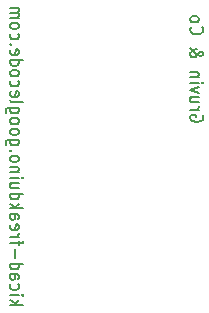
<source format=gbo>
G04 (created by PCBNEW (2013-07-24 BZR 4024)-stable) date Sat 15 Feb 2014 11:51:40 AM NZDT*
%MOIN*%
G04 Gerber Fmt 3.4, Leading zero omitted, Abs format*
%FSLAX34Y34*%
G01*
G70*
G90*
G04 APERTURE LIST*
%ADD10C,0.00590551*%
G04 APERTURE END LIST*
G54D10*
X21824Y-34549D02*
X22257Y-34549D01*
X21989Y-34511D02*
X21824Y-34399D01*
X22113Y-34399D02*
X21948Y-34549D01*
X21824Y-34230D02*
X22113Y-34230D01*
X22257Y-34230D02*
X22237Y-34249D01*
X22216Y-34230D01*
X22237Y-34211D01*
X22257Y-34230D01*
X22216Y-34230D01*
X21845Y-33874D02*
X21824Y-33911D01*
X21824Y-33986D01*
X21845Y-34024D01*
X21865Y-34043D01*
X21907Y-34061D01*
X22030Y-34061D01*
X22072Y-34043D01*
X22092Y-34024D01*
X22113Y-33986D01*
X22113Y-33911D01*
X22092Y-33874D01*
X21824Y-33537D02*
X22051Y-33537D01*
X22092Y-33555D01*
X22113Y-33593D01*
X22113Y-33668D01*
X22092Y-33705D01*
X21845Y-33537D02*
X21824Y-33574D01*
X21824Y-33668D01*
X21845Y-33705D01*
X21886Y-33724D01*
X21927Y-33724D01*
X21969Y-33705D01*
X21989Y-33668D01*
X21989Y-33574D01*
X22010Y-33537D01*
X21824Y-33180D02*
X22257Y-33180D01*
X21845Y-33180D02*
X21824Y-33218D01*
X21824Y-33293D01*
X21845Y-33330D01*
X21865Y-33349D01*
X21907Y-33368D01*
X22030Y-33368D01*
X22072Y-33349D01*
X22092Y-33330D01*
X22113Y-33293D01*
X22113Y-33218D01*
X22092Y-33180D01*
X21989Y-32993D02*
X21989Y-32693D01*
X22113Y-32562D02*
X22113Y-32412D01*
X21824Y-32505D02*
X22195Y-32505D01*
X22237Y-32487D01*
X22257Y-32449D01*
X22257Y-32412D01*
X21824Y-32280D02*
X22113Y-32280D01*
X22030Y-32280D02*
X22072Y-32262D01*
X22092Y-32243D01*
X22113Y-32205D01*
X22113Y-32168D01*
X21845Y-31887D02*
X21824Y-31924D01*
X21824Y-31999D01*
X21845Y-32037D01*
X21886Y-32055D01*
X22051Y-32055D01*
X22092Y-32037D01*
X22113Y-31999D01*
X22113Y-31924D01*
X22092Y-31887D01*
X22051Y-31868D01*
X22010Y-31868D01*
X21969Y-32055D01*
X21824Y-31531D02*
X22051Y-31531D01*
X22092Y-31549D01*
X22113Y-31587D01*
X22113Y-31662D01*
X22092Y-31699D01*
X21845Y-31531D02*
X21824Y-31568D01*
X21824Y-31662D01*
X21845Y-31699D01*
X21886Y-31718D01*
X21927Y-31718D01*
X21969Y-31699D01*
X21989Y-31662D01*
X21989Y-31568D01*
X22010Y-31531D01*
X21824Y-31343D02*
X22257Y-31343D01*
X21989Y-31306D02*
X21824Y-31193D01*
X22113Y-31193D02*
X21948Y-31343D01*
X21824Y-30856D02*
X22257Y-30856D01*
X21845Y-30856D02*
X21824Y-30893D01*
X21824Y-30968D01*
X21845Y-31006D01*
X21865Y-31024D01*
X21907Y-31043D01*
X22030Y-31043D01*
X22072Y-31024D01*
X22092Y-31006D01*
X22113Y-30968D01*
X22113Y-30893D01*
X22092Y-30856D01*
X22113Y-30499D02*
X21824Y-30499D01*
X22113Y-30668D02*
X21886Y-30668D01*
X21845Y-30649D01*
X21824Y-30612D01*
X21824Y-30556D01*
X21845Y-30518D01*
X21865Y-30499D01*
X21824Y-30312D02*
X22113Y-30312D01*
X22257Y-30312D02*
X22237Y-30331D01*
X22216Y-30312D01*
X22237Y-30293D01*
X22257Y-30312D01*
X22216Y-30312D01*
X22113Y-30124D02*
X21824Y-30124D01*
X22072Y-30124D02*
X22092Y-30106D01*
X22113Y-30068D01*
X22113Y-30012D01*
X22092Y-29974D01*
X22051Y-29956D01*
X21824Y-29956D01*
X21824Y-29712D02*
X21845Y-29749D01*
X21865Y-29768D01*
X21907Y-29787D01*
X22030Y-29787D01*
X22072Y-29768D01*
X22092Y-29749D01*
X22113Y-29712D01*
X22113Y-29656D01*
X22092Y-29618D01*
X22072Y-29599D01*
X22030Y-29581D01*
X21907Y-29581D01*
X21865Y-29599D01*
X21845Y-29618D01*
X21824Y-29656D01*
X21824Y-29712D01*
X21865Y-29412D02*
X21845Y-29393D01*
X21824Y-29412D01*
X21845Y-29431D01*
X21865Y-29412D01*
X21824Y-29412D01*
X22113Y-29056D02*
X21762Y-29056D01*
X21721Y-29075D01*
X21700Y-29093D01*
X21680Y-29131D01*
X21680Y-29187D01*
X21700Y-29225D01*
X21845Y-29056D02*
X21824Y-29093D01*
X21824Y-29168D01*
X21845Y-29206D01*
X21865Y-29225D01*
X21907Y-29243D01*
X22030Y-29243D01*
X22072Y-29225D01*
X22092Y-29206D01*
X22113Y-29168D01*
X22113Y-29093D01*
X22092Y-29056D01*
X21824Y-28812D02*
X21845Y-28850D01*
X21865Y-28868D01*
X21907Y-28887D01*
X22030Y-28887D01*
X22072Y-28868D01*
X22092Y-28850D01*
X22113Y-28812D01*
X22113Y-28756D01*
X22092Y-28718D01*
X22072Y-28700D01*
X22030Y-28681D01*
X21907Y-28681D01*
X21865Y-28700D01*
X21845Y-28718D01*
X21824Y-28756D01*
X21824Y-28812D01*
X21824Y-28456D02*
X21845Y-28493D01*
X21865Y-28512D01*
X21907Y-28531D01*
X22030Y-28531D01*
X22072Y-28512D01*
X22092Y-28493D01*
X22113Y-28456D01*
X22113Y-28400D01*
X22092Y-28362D01*
X22072Y-28343D01*
X22030Y-28325D01*
X21907Y-28325D01*
X21865Y-28343D01*
X21845Y-28362D01*
X21824Y-28400D01*
X21824Y-28456D01*
X22113Y-27987D02*
X21762Y-27987D01*
X21721Y-28006D01*
X21700Y-28025D01*
X21680Y-28062D01*
X21680Y-28118D01*
X21700Y-28156D01*
X21845Y-27987D02*
X21824Y-28025D01*
X21824Y-28100D01*
X21845Y-28137D01*
X21865Y-28156D01*
X21907Y-28175D01*
X22030Y-28175D01*
X22072Y-28156D01*
X22092Y-28137D01*
X22113Y-28100D01*
X22113Y-28025D01*
X22092Y-27987D01*
X21824Y-27743D02*
X21845Y-27781D01*
X21886Y-27800D01*
X22257Y-27800D01*
X21845Y-27444D02*
X21824Y-27481D01*
X21824Y-27556D01*
X21845Y-27594D01*
X21886Y-27612D01*
X22051Y-27612D01*
X22092Y-27594D01*
X22113Y-27556D01*
X22113Y-27481D01*
X22092Y-27444D01*
X22051Y-27425D01*
X22010Y-27425D01*
X21969Y-27612D01*
X21845Y-27087D02*
X21824Y-27125D01*
X21824Y-27200D01*
X21845Y-27237D01*
X21865Y-27256D01*
X21907Y-27275D01*
X22030Y-27275D01*
X22072Y-27256D01*
X22092Y-27237D01*
X22113Y-27200D01*
X22113Y-27125D01*
X22092Y-27087D01*
X21824Y-26862D02*
X21845Y-26900D01*
X21865Y-26919D01*
X21907Y-26937D01*
X22030Y-26937D01*
X22072Y-26919D01*
X22092Y-26900D01*
X22113Y-26862D01*
X22113Y-26806D01*
X22092Y-26769D01*
X22072Y-26750D01*
X22030Y-26731D01*
X21907Y-26731D01*
X21865Y-26750D01*
X21845Y-26769D01*
X21824Y-26806D01*
X21824Y-26862D01*
X21824Y-26394D02*
X22257Y-26394D01*
X21845Y-26394D02*
X21824Y-26431D01*
X21824Y-26506D01*
X21845Y-26544D01*
X21865Y-26562D01*
X21907Y-26581D01*
X22030Y-26581D01*
X22072Y-26562D01*
X22092Y-26544D01*
X22113Y-26506D01*
X22113Y-26431D01*
X22092Y-26394D01*
X21845Y-26056D02*
X21824Y-26094D01*
X21824Y-26169D01*
X21845Y-26206D01*
X21886Y-26225D01*
X22051Y-26225D01*
X22092Y-26206D01*
X22113Y-26169D01*
X22113Y-26094D01*
X22092Y-26056D01*
X22051Y-26037D01*
X22010Y-26037D01*
X21969Y-26225D01*
X21865Y-25869D02*
X21845Y-25850D01*
X21824Y-25869D01*
X21845Y-25887D01*
X21865Y-25869D01*
X21824Y-25869D01*
X21845Y-25513D02*
X21824Y-25550D01*
X21824Y-25625D01*
X21845Y-25662D01*
X21865Y-25681D01*
X21907Y-25700D01*
X22030Y-25700D01*
X22072Y-25681D01*
X22092Y-25662D01*
X22113Y-25625D01*
X22113Y-25550D01*
X22092Y-25513D01*
X21824Y-25288D02*
X21845Y-25325D01*
X21865Y-25344D01*
X21907Y-25363D01*
X22030Y-25363D01*
X22072Y-25344D01*
X22092Y-25325D01*
X22113Y-25288D01*
X22113Y-25231D01*
X22092Y-25194D01*
X22072Y-25175D01*
X22030Y-25156D01*
X21907Y-25156D01*
X21865Y-25175D01*
X21845Y-25194D01*
X21824Y-25231D01*
X21824Y-25288D01*
X21824Y-24988D02*
X22113Y-24988D01*
X22072Y-24988D02*
X22092Y-24969D01*
X22113Y-24931D01*
X22113Y-24875D01*
X22092Y-24838D01*
X22051Y-24819D01*
X21824Y-24819D01*
X22051Y-24819D02*
X22092Y-24800D01*
X22113Y-24763D01*
X22113Y-24706D01*
X22092Y-24669D01*
X22051Y-24650D01*
X21824Y-24650D01*
X28237Y-28237D02*
X28257Y-28274D01*
X28257Y-28331D01*
X28237Y-28387D01*
X28195Y-28424D01*
X28154Y-28443D01*
X28072Y-28462D01*
X28010Y-28462D01*
X27927Y-28443D01*
X27886Y-28424D01*
X27845Y-28387D01*
X27824Y-28331D01*
X27824Y-28293D01*
X27845Y-28237D01*
X27865Y-28218D01*
X28010Y-28218D01*
X28010Y-28293D01*
X27824Y-28049D02*
X28113Y-28049D01*
X28030Y-28049D02*
X28072Y-28031D01*
X28092Y-28012D01*
X28113Y-27974D01*
X28113Y-27937D01*
X28113Y-27637D02*
X27824Y-27637D01*
X28113Y-27806D02*
X27886Y-27806D01*
X27845Y-27787D01*
X27824Y-27749D01*
X27824Y-27693D01*
X27845Y-27656D01*
X27865Y-27637D01*
X28113Y-27487D02*
X27824Y-27393D01*
X28113Y-27299D01*
X27824Y-27149D02*
X28113Y-27149D01*
X28257Y-27149D02*
X28237Y-27168D01*
X28216Y-27149D01*
X28237Y-27131D01*
X28257Y-27149D01*
X28216Y-27149D01*
X28113Y-26962D02*
X27824Y-26962D01*
X28072Y-26962D02*
X28092Y-26943D01*
X28113Y-26906D01*
X28113Y-26849D01*
X28092Y-26812D01*
X28051Y-26793D01*
X27824Y-26793D01*
X27824Y-25987D02*
X27824Y-26006D01*
X27845Y-26043D01*
X27907Y-26100D01*
X28030Y-26193D01*
X28092Y-26231D01*
X28154Y-26250D01*
X28195Y-26250D01*
X28237Y-26231D01*
X28257Y-26193D01*
X28257Y-26175D01*
X28237Y-26137D01*
X28195Y-26118D01*
X28175Y-26118D01*
X28134Y-26137D01*
X28113Y-26156D01*
X28030Y-26268D01*
X28010Y-26287D01*
X27969Y-26306D01*
X27907Y-26306D01*
X27865Y-26287D01*
X27845Y-26268D01*
X27824Y-26231D01*
X27824Y-26175D01*
X27845Y-26137D01*
X27865Y-26118D01*
X27948Y-26062D01*
X28010Y-26043D01*
X28051Y-26043D01*
X27865Y-25293D02*
X27845Y-25312D01*
X27824Y-25368D01*
X27824Y-25406D01*
X27845Y-25462D01*
X27886Y-25500D01*
X27927Y-25518D01*
X28010Y-25537D01*
X28072Y-25537D01*
X28154Y-25518D01*
X28195Y-25500D01*
X28237Y-25462D01*
X28257Y-25406D01*
X28257Y-25368D01*
X28237Y-25312D01*
X28216Y-25293D01*
X27824Y-25068D02*
X27845Y-25106D01*
X27865Y-25125D01*
X27907Y-25143D01*
X28030Y-25143D01*
X28072Y-25125D01*
X28092Y-25106D01*
X28113Y-25068D01*
X28113Y-25012D01*
X28092Y-24975D01*
X28072Y-24956D01*
X28030Y-24937D01*
X27907Y-24937D01*
X27865Y-24956D01*
X27845Y-24975D01*
X27824Y-25012D01*
X27824Y-25068D01*
M02*

</source>
